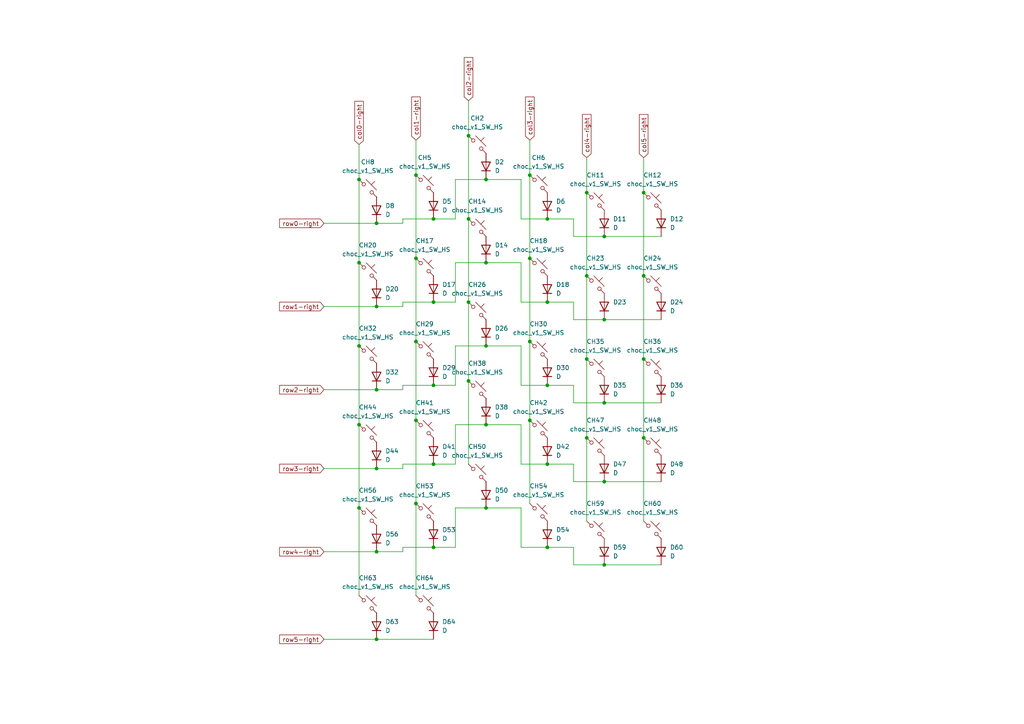
<source format=kicad_sch>
(kicad_sch (version 20231120) (generator "eeschema") (generator_version "8.0")
  (paper "A4")
  (lib_symbols
    (symbol "Device:D" (pin_numbers hide) (pin_names (offset 1.016) hide)
      (property "Reference" "D" (at 0 2.54 0))
      (property "Value" "D" (at 0 -2.54 0))
      (symbol "D_0_1"
        (polyline (pts (xy -1.27 1.27) (xy -1.27 -1.27)) (stroke (width 0.254)))
        (polyline (pts (xy 1.27 0) (xy -1.27 0)))
        (polyline (pts (xy 1.27 1.27) (xy 1.27 -1.27) (xy -1.27 0) (xy 1.27 1.27)) (stroke (width 0.254)))
      )
      (symbol "D_1_1"
        (pin passive line (at -3.81 0 0) (length 2.54) (name "K") (number "1"))
        (pin passive line (at 3.81 0 180) (length 2.54) (name "A") (number "2"))
      )
    )
    (symbol "PCM_marbastlib-choc:choc_v1_SW_HS_CPG135001S30" (pin_numbers hide) (pin_names (offset 1.016) hide)
      (property "Reference" "CH" (at 3.048 1.016 0))
      (property "Value" "choc_v1_SW_HS" (at 0 -3.81 0))
      (symbol "choc_v1_SW_HS_CPG135001S30_0_1"
        (circle (center -1.1684 1.1684) (radius 0.508))
        (polyline (pts (xy -0.508 2.54) (xy 2.54 -0.508)))
        (polyline (pts (xy 1.016 1.016) (xy 2.032 2.032)))
        (polyline (pts (xy -2.54 2.54) (xy -1.524 1.524) (xy -1.524 1.524)))
        (polyline (pts (xy 1.524 -1.524) (xy 2.54 -2.54) (xy 2.54 -2.54) (xy 2.54 -2.54)))
        (circle (center 1.143 -1.1938) (radius 0.508))
        (pin passive line (at -2.54 2.54 0) (length 0) (name "1") (number "1"))
        (pin passive line (at 2.54 -2.54 180) (length 0) (name "2") (number "2"))
      )
    )
  )
  (junction (at 140.97 100.33))
  (junction (at 158.75 111.76))
  (junction (at 120.65 99.06))
  (junction (at 170.18 104.14))
  (junction (at 109.22 113.03))
  (junction (at 109.22 160.02))
  (junction (at 153.67 121.92))
  (junction (at 125.73 63.5))
  (junction (at 186.69 127))
  (junction (at 109.22 88.9))
  (junction (at 135.89 63.5))
  (junction (at 170.18 55.88))
  (junction (at 186.69 104.14))
  (junction (at 135.89 39.37))
  (junction (at 104.14 100.33))
  (junction (at 120.65 50.8))
  (junction (at 120.65 121.92))
  (junction (at 125.73 87.63))
  (junction (at 140.97 52.07))
  (junction (at 158.75 158.75))
  (junction (at 158.75 63.5))
  (junction (at 120.65 74.93))
  (junction (at 140.97 147.32))
  (junction (at 153.67 50.8))
  (junction (at 120.65 146.05))
  (junction (at 104.14 147.32))
  (junction (at 175.26 116.84))
  (junction (at 186.69 80.01))
  (junction (at 109.22 135.89))
  (junction (at 175.26 163.83))
  (junction (at 104.14 123.19))
  (junction (at 158.75 134.62))
  (junction (at 104.14 52.07))
  (junction (at 104.14 76.2))
  (junction (at 158.75 87.63))
  (junction (at 140.97 76.2))
  (junction (at 125.73 111.76))
  (junction (at 125.73 134.62))
  (junction (at 153.67 74.93))
  (junction (at 109.22 185.42))
  (junction (at 170.18 127))
  (junction (at 135.89 110.49))
  (junction (at 140.97 123.19))
  (junction (at 109.22 64.77))
  (junction (at 153.67 99.06))
  (junction (at 186.69 55.88))
  (junction (at 135.89 87.63))
  (junction (at 175.26 139.7))
  (junction (at 125.73 158.75))
  (junction (at 170.18 80.01))
  (junction (at 175.26 92.71))
  (junction (at 175.26 68.58))
  (wire (pts (xy 151.13 123.19) (xy 151.13 134.62)))
  (wire (pts (xy 109.22 135.89) (xy 116.84 135.89)))
  (wire (pts (xy 175.26 92.71) (xy 191.77 92.71)))
  (wire (pts (xy 166.37 111.76) (xy 166.37 116.84)))
  (wire (pts (xy 132.08 76.2) (xy 140.97 76.2)))
  (wire (pts (xy 175.26 139.7) (xy 191.77 139.7)))
  (wire (pts (xy 166.37 139.7) (xy 175.26 139.7)))
  (wire (pts (xy 175.26 68.58) (xy 191.77 68.58)))
  (wire (pts (xy 116.84 135.89) (xy 116.84 134.62)))
  (wire (pts (xy 109.22 113.03) (xy 116.84 113.03)))
  (wire (pts (xy 132.08 111.76) (xy 132.08 100.33)))
  (wire (pts (xy 158.75 87.63) (xy 166.37 87.63)))
  (wire (pts (xy 116.84 87.63) (xy 125.73 87.63)))
  (wire (pts (xy 175.26 163.83) (xy 191.77 163.83)))
  (wire (pts (xy 166.37 92.71) (xy 175.26 92.71)))
  (wire (pts (xy 132.08 147.32) (xy 140.97 147.32)))
  (wire (pts (xy 166.37 87.63) (xy 166.37 92.71)))
  (wire (pts (xy 151.13 87.63) (xy 158.75 87.63)))
  (wire (pts (xy 120.65 40.64) (xy 120.65 50.8)))
  (wire (pts (xy 158.75 158.75) (xy 166.37 158.75)))
  (wire (pts (xy 132.08 100.33) (xy 140.97 100.33)))
  (wire (pts (xy 170.18 127) (xy 170.18 151.13)))
  (wire (pts (xy 166.37 63.5) (xy 166.37 68.58)))
  (wire (pts (xy 132.08 134.62) (xy 132.08 123.19)))
  (wire (pts (xy 151.13 100.33) (xy 151.13 111.76)))
  (wire (pts (xy 153.67 50.8) (xy 153.67 74.93)))
  (wire (pts (xy 125.73 63.5) (xy 132.08 63.5)))
  (wire (pts (xy 158.75 111.76) (xy 166.37 111.76)))
  (wire (pts (xy 132.08 52.07) (xy 140.97 52.07)))
  (wire (pts (xy 116.84 63.5) (xy 125.73 63.5)))
  (wire (pts (xy 186.69 45.72) (xy 186.69 55.88)))
  (wire (pts (xy 93.98 135.89) (xy 109.22 135.89)))
  (wire (pts (xy 125.73 87.63) (xy 132.08 87.63)))
  (wire (pts (xy 166.37 116.84) (xy 175.26 116.84)))
  (wire (pts (xy 104.14 76.2) (xy 104.14 100.33)))
  (wire (pts (xy 170.18 80.01) (xy 170.18 104.14)))
  (wire (pts (xy 153.67 99.06) (xy 153.67 121.92)))
  (wire (pts (xy 135.89 29.21) (xy 135.89 39.37)))
  (wire (pts (xy 120.65 146.05) (xy 120.65 172.72)))
  (wire (pts (xy 109.22 160.02) (xy 116.84 160.02)))
  (wire (pts (xy 166.37 163.83) (xy 175.26 163.83)))
  (wire (pts (xy 135.89 110.49) (xy 135.89 134.62)))
  (wire (pts (xy 158.75 63.5) (xy 166.37 63.5)))
  (wire (pts (xy 158.75 134.62) (xy 166.37 134.62)))
  (wire (pts (xy 116.84 88.9) (xy 116.84 87.63)))
  (wire (pts (xy 153.67 74.93) (xy 153.67 99.06)))
  (wire (pts (xy 135.89 63.5) (xy 135.89 87.63)))
  (wire (pts (xy 132.08 87.63) (xy 132.08 76.2)))
  (wire (pts (xy 175.26 116.84) (xy 191.77 116.84)))
  (wire (pts (xy 135.89 87.63) (xy 135.89 110.49)))
  (wire (pts (xy 166.37 158.75) (xy 166.37 163.83)))
  (wire (pts (xy 116.84 113.03) (xy 116.84 111.76)))
  (wire (pts (xy 186.69 104.14) (xy 186.69 127)))
  (wire (pts (xy 132.08 123.19) (xy 140.97 123.19)))
  (wire (pts (xy 93.98 88.9) (xy 109.22 88.9)))
  (wire (pts (xy 170.18 55.88) (xy 170.18 80.01)))
  (wire (pts (xy 125.73 134.62) (xy 132.08 134.62)))
  (wire (pts (xy 140.97 76.2) (xy 151.13 76.2)))
  (wire (pts (xy 140.97 123.19) (xy 151.13 123.19)))
  (wire (pts (xy 153.67 121.92) (xy 153.67 146.05)))
  (wire (pts (xy 109.22 185.42) (xy 125.73 185.42)))
  (wire (pts (xy 116.84 158.75) (xy 125.73 158.75)))
  (wire (pts (xy 132.08 158.75) (xy 132.08 147.32)))
  (wire (pts (xy 125.73 158.75) (xy 132.08 158.75)))
  (wire (pts (xy 93.98 113.03) (xy 109.22 113.03)))
  (wire (pts (xy 125.73 111.76) (xy 132.08 111.76)))
  (wire (pts (xy 109.22 64.77) (xy 116.84 64.77)))
  (wire (pts (xy 170.18 104.14) (xy 170.18 127)))
  (wire (pts (xy 151.13 76.2) (xy 151.13 87.63)))
  (wire (pts (xy 93.98 185.42) (xy 109.22 185.42)))
  (wire (pts (xy 140.97 147.32) (xy 151.13 147.32)))
  (wire (pts (xy 93.98 160.02) (xy 109.22 160.02)))
  (wire (pts (xy 151.13 52.07) (xy 151.13 63.5)))
  (wire (pts (xy 166.37 134.62) (xy 166.37 139.7)))
  (wire (pts (xy 153.67 40.64) (xy 153.67 50.8)))
  (wire (pts (xy 186.69 80.01) (xy 186.69 104.14)))
  (wire (pts (xy 166.37 68.58) (xy 175.26 68.58)))
  (wire (pts (xy 186.69 127) (xy 186.69 151.13)))
  (wire (pts (xy 104.14 100.33) (xy 104.14 123.19)))
  (wire (pts (xy 104.14 41.91) (xy 104.14 52.07)))
  (wire (pts (xy 186.69 55.88) (xy 186.69 80.01)))
  (wire (pts (xy 120.65 74.93) (xy 120.65 99.06)))
  (wire (pts (xy 135.89 39.37) (xy 135.89 63.5)))
  (wire (pts (xy 104.14 147.32) (xy 104.14 172.72)))
  (wire (pts (xy 120.65 99.06) (xy 120.65 121.92)))
  (wire (pts (xy 132.08 63.5) (xy 132.08 52.07)))
  (wire (pts (xy 151.13 63.5) (xy 158.75 63.5)))
  (wire (pts (xy 140.97 100.33) (xy 151.13 100.33)))
  (wire (pts (xy 140.97 52.07) (xy 151.13 52.07)))
  (wire (pts (xy 120.65 50.8) (xy 120.65 74.93)))
  (wire (pts (xy 151.13 158.75) (xy 158.75 158.75)))
  (wire (pts (xy 109.22 88.9) (xy 116.84 88.9)))
  (wire (pts (xy 170.18 45.72) (xy 170.18 55.88)))
  (wire (pts (xy 116.84 111.76) (xy 125.73 111.76)))
  (wire (pts (xy 104.14 52.07) (xy 104.14 76.2)))
  (wire (pts (xy 116.84 134.62) (xy 125.73 134.62)))
  (wire (pts (xy 93.98 64.77) (xy 109.22 64.77)))
  (wire (pts (xy 151.13 147.32) (xy 151.13 158.75)))
  (wire (pts (xy 116.84 64.77) (xy 116.84 63.5)))
  (wire (pts (xy 151.13 111.76) (xy 158.75 111.76)))
  (wire (pts (xy 120.65 121.92) (xy 120.65 146.05)))
  (wire (pts (xy 104.14 123.19) (xy 104.14 147.32)))
  (wire (pts (xy 151.13 134.62) (xy 158.75 134.62)))
  (wire (pts (xy 116.84 160.02) (xy 116.84 158.75)))
  (global_label "row3-right" (shape input) (at 93.98 135.89 180) (property "Intersheetrefs" "${INTERSHEET_REFS}" (effects (hide yes))))
  (global_label "col0-right" (shape input) (at 104.14 41.91 90) (property "Intersheetrefs" "${INTERSHEET_REFS}" (effects (hide yes))))
  (global_label "row4-right" (shape input) (at 93.98 160.02 180) (property "Intersheetrefs" "${INTERSHEET_REFS}" (effects (hide yes))))
  (global_label "col2-right" (shape input) (at 135.89 29.21 90) (property "Intersheetrefs" "${INTERSHEET_REFS}" (effects (hide yes))))
  (global_label "col3-right" (shape input) (at 153.67 40.64 90) (property "Intersheetrefs" "${INTERSHEET_REFS}" (effects (hide yes))))
  (global_label "row2-right" (shape input) (at 93.98 113.03 180) (property "Intersheetrefs" "${INTERSHEET_REFS}" (effects (hide yes))))
  (global_label "col4-right" (shape input) (at 170.18 45.72 90) (property "Intersheetrefs" "${INTERSHEET_REFS}" (effects (hide yes))))
  (global_label "col1-right" (shape input) (at 120.65 40.64 90) (property "Intersheetrefs" "${INTERSHEET_REFS}" (effects (hide yes))))
  (global_label "row0-right" (shape input) (at 93.98 64.77 180) (property "Intersheetrefs" "${INTERSHEET_REFS}" (effects (hide yes))))
  (global_label "row5-right" (shape input) (at 93.98 185.42 180) (property "Intersheetrefs" "${INTERSHEET_REFS}" (effects (hide yes))))
  (global_label "col5-right" (shape input) (at 186.69 45.72 90) (property "Intersheetrefs" "${INTERSHEET_REFS}" (effects (hide yes))))
  (global_label "row1-right" (shape input) (at 93.98 88.9 180) (property "Intersheetrefs" "${INTERSHEET_REFS}" (effects (hide yes))))
  (symbol (lib_id "Device:D") (at 109.22 132.08 90) (unit 1)
    (property "Reference" "D44" (at 111.76 130.8099 90) (effects (justify right)))
    (property "Value" "D" (at 111.76 133.3499 90) (effects (justify right)))
    (property "Footprint" "Diode_SMD:D_SOD-123" (effects (hide yes)))
    (property "Description" "Diode" (effects (hide yes)))
    (property "Sim.Device" "D" (effects (hide yes)))
    (property "Sim.Pins" "1=K 2=A" (effects (hide yes)))
  )
  (symbol (lib_id "Device:D") (at 140.97 143.51 90) (unit 1)
    (property "Reference" "D50" (at 143.51 142.2399 90) (effects (justify right)))
    (property "Value" "D" (at 143.51 144.7799 90) (effects (justify right)))
    (property "Footprint" "Diode_SMD:D_SOD-123" (effects (hide yes)))
    (property "Description" "Diode" (effects (hide yes)))
    (property "Sim.Device" "D" (effects (hide yes)))
    (property "Sim.Pins" "1=K 2=A" (effects (hide yes)))
  )
  (symbol (lib_id "Device:D") (at 125.73 83.82 90) (unit 1)
    (property "Reference" "D17" (at 128.27 82.5499 90) (effects (justify right)))
    (property "Value" "D" (at 128.27 85.0899 90) (effects (justify right)))
    (property "Footprint" "Diode_SMD:D_SOD-123" (effects (hide yes)))
    (property "Description" "Diode" (effects (hide yes)))
    (property "Sim.Device" "D" (effects (hide yes)))
    (property "Sim.Pins" "1=K 2=A" (effects (hide yes)))
  )
  (symbol (lib_id "Device:D") (at 191.77 135.89 90) (unit 1)
    (property "Reference" "D48" (at 194.31 134.6199 90) (effects (justify right)))
    (property "Value" "D" (at 194.31 137.1599 90) (effects (justify right)))
    (property "Footprint" "Diode_SMD:D_SOD-123" (effects (hide yes)))
    (property "Description" "Diode" (effects (hide yes)))
    (property "Sim.Device" "D" (effects (hide yes)))
    (property "Sim.Pins" "1=K 2=A" (effects (hide yes)))
  )
  (symbol (lib_id "PCM_marbastlib-choc:choc_v1_SW_HS_CPG135001S30") (at 138.43 41.91 0) (unit 1)
    (property "Reference" "CH2" (at 138.43 34.29 0))
    (property "Value" "choc_v1_SW_HS" (at 138.43 36.83 0))
    (property "Footprint" "PCM_marbastlib-choc:SW_choc_v1_HS_CPG135001S30_1u" (effects (hide yes)))
    (property "Description" "Push button switch, normally open, two pins, 45° tilted" (effects (hide yes)))
  )
  (symbol (lib_id "PCM_marbastlib-choc:choc_v1_SW_HS_CPG135001S30") (at 106.68 175.26 0) (unit 1)
    (property "Reference" "CH63" (at 106.68 167.64 0))
    (property "Value" "choc_v1_SW_HS" (at 106.68 170.18 0))
    (property "Footprint" "PCM_marbastlib-choc:SW_choc_v1_HS_CPG135001S30_1u" (effects (hide yes)))
    (property "Description" "Push button switch, normally open, two pins, 45° tilted" (effects (hide yes)))
  )
  (symbol (lib_id "PCM_marbastlib-choc:choc_v1_SW_HS_CPG135001S30") (at 138.43 137.16 0) (unit 1)
    (property "Reference" "CH50" (at 138.43 129.54 0))
    (property "Value" "choc_v1_SW_HS" (at 138.43 132.08 0))
    (property "Footprint" "PCM_marbastlib-choc:SW_choc_v1_HS_CPG135001S30_1u" (effects (hide yes)))
    (property "Description" "Push button switch, normally open, two pins, 45° tilted" (effects (hide yes)))
  )
  (symbol (lib_id "Device:D") (at 140.97 72.39 90) (unit 1)
    (property "Reference" "D14" (at 143.51 71.1199 90) (effects (justify right)))
    (property "Value" "D" (at 143.51 73.6599 90) (effects (justify right)))
    (property "Footprint" "Diode_SMD:D_SOD-123" (effects (hide yes)))
    (property "Description" "Diode" (effects (hide yes)))
    (property "Sim.Device" "D" (effects (hide yes)))
    (property "Sim.Pins" "1=K 2=A" (effects (hide yes)))
  )
  (symbol (lib_id "PCM_marbastlib-choc:choc_v1_SW_HS_CPG135001S30") (at 172.72 82.55 0) (unit 1)
    (property "Reference" "CH23" (at 172.72 74.93 0))
    (property "Value" "choc_v1_SW_HS" (at 172.72 77.47 0))
    (property "Footprint" "PCM_marbastlib-choc:SW_choc_v1_HS_CPG135001S30_1u" (effects (hide yes)))
    (property "Description" "Push button switch, normally open, two pins, 45° tilted" (effects (hide yes)))
  )
  (symbol (lib_id "Device:D") (at 140.97 119.38 90) (unit 1)
    (property "Reference" "D38" (at 143.51 118.1099 90) (effects (justify right)))
    (property "Value" "D" (at 143.51 120.6499 90) (effects (justify right)))
    (property "Footprint" "Diode_SMD:D_SOD-123" (effects (hide yes)))
    (property "Description" "Diode" (effects (hide yes)))
    (property "Sim.Device" "D" (effects (hide yes)))
    (property "Sim.Pins" "1=K 2=A" (effects (hide yes)))
  )
  (symbol (lib_id "PCM_marbastlib-choc:choc_v1_SW_HS_CPG135001S30") (at 189.23 82.55 0) (unit 1)
    (property "Reference" "CH24" (at 189.23 74.93 0))
    (property "Value" "choc_v1_SW_HS" (at 189.23 77.47 0))
    (property "Footprint" "PCM_marbastlib-choc:SW_choc_v1_HS_CPG135001S30_1u" (effects (hide yes)))
    (property "Description" "Push button switch, normally open, two pins, 45° tilted" (effects (hide yes)))
  )
  (symbol (lib_id "Device:D") (at 109.22 156.21 90) (unit 1)
    (property "Reference" "D56" (at 111.76 154.9399 90) (effects (justify right)))
    (property "Value" "D" (at 111.76 157.4799 90) (effects (justify right)))
    (property "Footprint" "Diode_SMD:D_SOD-123" (effects (hide yes)))
    (property "Description" "Diode" (effects (hide yes)))
    (property "Sim.Device" "D" (effects (hide yes)))
    (property "Sim.Pins" "1=K 2=A" (effects (hide yes)))
  )
  (symbol (lib_id "PCM_marbastlib-choc:choc_v1_SW_HS_CPG135001S30") (at 189.23 106.68 0) (unit 1)
    (property "Reference" "CH36" (at 189.23 99.06 0))
    (property "Value" "choc_v1_SW_HS" (at 189.23 101.6 0))
    (property "Footprint" "PCM_marbastlib-choc:SW_choc_v1_HS_CPG135001S30_1u" (effects (hide yes)))
    (property "Description" "Push button switch, normally open, two pins, 45° tilted" (effects (hide yes)))
  )
  (symbol (lib_id "PCM_marbastlib-choc:choc_v1_SW_HS_CPG135001S30") (at 106.68 54.61 0) (unit 1)
    (property "Reference" "CH8" (at 106.68 46.99 0))
    (property "Value" "choc_v1_SW_HS" (at 106.68 49.53 0))
    (property "Footprint" "PCM_marbastlib-choc:SW_choc_v1_HS_CPG135001S30_1u" (effects (hide yes)))
    (property "Description" "Push button switch, normally open, two pins, 45° tilted" (effects (hide yes)))
  )
  (symbol (lib_id "Device:D") (at 175.26 160.02 90) (unit 1)
    (property "Reference" "D59" (at 177.8 158.7499 90) (effects (justify right)))
    (property "Value" "D" (at 177.8 161.2899 90) (effects (justify right)))
    (property "Footprint" "Diode_SMD:D_SOD-123" (effects (hide yes)))
    (property "Description" "Diode" (effects (hide yes)))
    (property "Sim.Device" "D" (effects (hide yes)))
    (property "Sim.Pins" "1=K 2=A" (effects (hide yes)))
  )
  (symbol (lib_id "Device:D") (at 125.73 107.95 90) (unit 1)
    (property "Reference" "D29" (at 128.27 106.6799 90) (effects (justify right)))
    (property "Value" "D" (at 128.27 109.2199 90) (effects (justify right)))
    (property "Footprint" "Diode_SMD:D_SOD-123" (effects (hide yes)))
    (property "Description" "Diode" (effects (hide yes)))
    (property "Sim.Device" "D" (effects (hide yes)))
    (property "Sim.Pins" "1=K 2=A" (effects (hide yes)))
  )
  (symbol (lib_id "Device:D") (at 125.73 59.69 90) (unit 1)
    (property "Reference" "D5" (at 128.27 58.4199 90) (effects (justify right)))
    (property "Value" "D" (at 128.27 60.9599 90) (effects (justify right)))
    (property "Footprint" "Diode_SMD:D_SOD-123" (effects (hide yes)))
    (property "Description" "Diode" (effects (hide yes)))
    (property "Sim.Device" "D" (effects (hide yes)))
    (property "Sim.Pins" "1=K 2=A" (effects (hide yes)))
  )
  (symbol (lib_id "Device:D") (at 158.75 154.94 90) (unit 1)
    (property "Reference" "D54" (at 161.29 153.6699 90) (effects (justify right)))
    (property "Value" "D" (at 161.29 156.2099 90) (effects (justify right)))
    (property "Footprint" "Diode_SMD:D_SOD-123" (effects (hide yes)))
    (property "Description" "Diode" (effects (hide yes)))
    (property "Sim.Device" "D" (effects (hide yes)))
    (property "Sim.Pins" "1=K 2=A" (effects (hide yes)))
  )
  (symbol (lib_id "PCM_marbastlib-choc:choc_v1_SW_HS_CPG135001S30") (at 106.68 102.87 0) (unit 1)
    (property "Reference" "CH32" (at 106.68 95.25 0))
    (property "Value" "choc_v1_SW_HS" (at 106.68 97.79 0))
    (property "Footprint" "PCM_marbastlib-choc:SW_choc_v1_HS_CPG135001S30_1u" (effects (hide yes)))
    (property "Description" "Push button switch, normally open, two pins, 45° tilted" (effects (hide yes)))
  )
  (symbol (lib_id "PCM_marbastlib-choc:choc_v1_SW_HS_CPG135001S30") (at 106.68 125.73 0) (unit 1)
    (property "Reference" "CH44" (at 106.68 118.11 0))
    (property "Value" "choc_v1_SW_HS" (at 106.68 120.65 0))
    (property "Footprint" "PCM_marbastlib-choc:SW_choc_v1_HS_CPG135001S30_1u" (effects (hide yes)))
    (property "Description" "Push button switch, normally open, two pins, 45° tilted" (effects (hide yes)))
  )
  (symbol (lib_id "PCM_marbastlib-choc:choc_v1_SW_HS_CPG135001S30") (at 106.68 149.86 0) (unit 1)
    (property "Reference" "CH56" (at 106.68 142.24 0))
    (property "Value" "choc_v1_SW_HS" (at 106.68 144.78 0))
    (property "Footprint" "PCM_marbastlib-choc:SW_choc_v1_HS_CPG135001S30_1u" (effects (hide yes)))
    (property "Description" "Push button switch, normally open, two pins, 45° tilted" (effects (hide yes)))
  )
  (symbol (lib_id "PCM_marbastlib-choc:choc_v1_SW_HS_CPG135001S30") (at 138.43 66.04 0) (unit 1)
    (property "Reference" "CH14" (at 138.43 58.42 0))
    (property "Value" "choc_v1_SW_HS" (at 138.43 60.96 0))
    (property "Footprint" "PCM_marbastlib-choc:SW_choc_v1_HS_CPG135001S30_1u" (effects (hide yes)))
    (property "Description" "Push button switch, normally open, two pins, 45° tilted" (effects (hide yes)))
  )
  (symbol (lib_id "Device:D") (at 158.75 107.95 90) (unit 1)
    (property "Reference" "D30" (at 161.29 106.6799 90) (effects (justify right)))
    (property "Value" "D" (at 161.29 109.2199 90) (effects (justify right)))
    (property "Footprint" "Diode_SMD:D_SOD-123" (effects (hide yes)))
    (property "Description" "Diode" (effects (hide yes)))
    (property "Sim.Device" "D" (effects (hide yes)))
    (property "Sim.Pins" "1=K 2=A" (effects (hide yes)))
  )
  (symbol (lib_id "PCM_marbastlib-choc:choc_v1_SW_HS_CPG135001S30") (at 123.19 175.26 0) (unit 1)
    (property "Reference" "CH64" (at 123.19 167.64 0))
    (property "Value" "choc_v1_SW_HS" (at 123.19 170.18 0))
    (property "Footprint" "PCM_marbastlib-choc:SW_choc_v1_HS_CPG135001S30_1u" (effects (hide yes)))
    (property "Description" "Push button switch, normally open, two pins, 45° tilted" (effects (hide yes)))
  )
  (symbol (lib_id "Device:D") (at 158.75 130.81 90) (unit 1)
    (property "Reference" "D42" (at 161.29 129.5399 90) (effects (justify right)))
    (property "Value" "D" (at 161.29 132.0799 90) (effects (justify right)))
    (property "Footprint" "Diode_SMD:D_SOD-123" (effects (hide yes)))
    (property "Description" "Diode" (effects (hide yes)))
    (property "Sim.Device" "D" (effects (hide yes)))
    (property "Sim.Pins" "1=K 2=A" (effects (hide yes)))
  )
  (symbol (lib_id "PCM_marbastlib-choc:choc_v1_SW_HS_CPG135001S30") (at 123.19 53.34 0) (unit 1)
    (property "Reference" "CH5" (at 123.19 45.72 0))
    (property "Value" "choc_v1_SW_HS" (at 123.19 48.26 0))
    (property "Footprint" "PCM_marbastlib-choc:SW_choc_v1_HS_CPG135001S30_1u" (effects (hide yes)))
    (property "Description" "Push button switch, normally open, two pins, 45° tilted" (effects (hide yes)))
  )
  (symbol (lib_id "Device:D") (at 158.75 59.69 90) (unit 1)
    (property "Reference" "D6" (at 161.29 58.4199 90) (effects (justify right)))
    (property "Value" "D" (at 161.29 60.9599 90) (effects (justify right)))
    (property "Footprint" "Diode_SMD:D_SOD-123" (effects (hide yes)))
    (property "Description" "Diode" (effects (hide yes)))
    (property "Sim.Device" "D" (effects (hide yes)))
    (property "Sim.Pins" "1=K 2=A" (effects (hide yes)))
  )
  (symbol (lib_id "PCM_marbastlib-choc:choc_v1_SW_HS_CPG135001S30") (at 189.23 129.54 0) (unit 1)
    (property "Reference" "CH48" (at 189.23 121.92 0))
    (property "Value" "choc_v1_SW_HS" (at 189.23 124.46 0))
    (property "Footprint" "PCM_marbastlib-choc:SW_choc_v1_HS_CPG135001S30_1u" (effects (hide yes)))
    (property "Description" "Push button switch, normally open, two pins, 45° tilted" (effects (hide yes)))
  )
  (symbol (lib_id "PCM_marbastlib-choc:choc_v1_SW_HS_CPG135001S30") (at 123.19 77.47 0) (unit 1)
    (property "Reference" "CH17" (at 123.19 69.85 0))
    (property "Value" "choc_v1_SW_HS" (at 123.19 72.39 0))
    (property "Footprint" "PCM_marbastlib-choc:SW_choc_v1_HS_CPG135001S30_1u" (effects (hide yes)))
    (property "Description" "Push button switch, normally open, two pins, 45° tilted" (effects (hide yes)))
  )
  (symbol (lib_id "Device:D") (at 109.22 60.96 90) (unit 1)
    (property "Reference" "D8" (at 111.76 59.6899 90) (effects (justify right)))
    (property "Value" "D" (at 111.76 62.2299 90) (effects (justify right)))
    (property "Footprint" "Diode_SMD:D_SOD-123" (effects (hide yes)))
    (property "Description" "Diode" (effects (hide yes)))
    (property "Sim.Device" "D" (effects (hide yes)))
    (property "Sim.Pins" "1=K 2=A" (effects (hide yes)))
  )
  (symbol (lib_id "Device:D") (at 191.77 88.9 90) (unit 1)
    (property "Reference" "D24" (at 194.31 87.6299 90) (effects (justify right)))
    (property "Value" "D" (at 194.31 90.1699 90) (effects (justify right)))
    (property "Footprint" "Diode_SMD:D_SOD-123" (effects (hide yes)))
    (property "Description" "Diode" (effects (hide yes)))
    (property "Sim.Device" "D" (effects (hide yes)))
    (property "Sim.Pins" "1=K 2=A" (effects (hide yes)))
  )
  (symbol (lib_id "PCM_marbastlib-choc:choc_v1_SW_HS_CPG135001S30") (at 156.21 101.6 0) (unit 1)
    (property "Reference" "CH30" (at 156.21 93.98 0))
    (property "Value" "choc_v1_SW_HS" (at 156.21 96.52 0))
    (property "Footprint" "PCM_marbastlib-choc:SW_choc_v1_HS_CPG135001S30_1u" (effects (hide yes)))
    (property "Description" "Push button switch, normally open, two pins, 45° tilted" (effects (hide yes)))
  )
  (symbol (lib_id "PCM_marbastlib-choc:choc_v1_SW_HS_CPG135001S30") (at 123.19 124.46 0) (unit 1)
    (property "Reference" "CH41" (at 123.19 116.84 0))
    (property "Value" "choc_v1_SW_HS" (at 123.19 119.38 0))
    (property "Footprint" "PCM_marbastlib-choc:SW_choc_v1_HS_CPG135001S30_1u" (effects (hide yes)))
    (property "Description" "Push button switch, normally open, two pins, 45° tilted" (effects (hide yes)))
  )
  (symbol (lib_id "PCM_marbastlib-choc:choc_v1_SW_HS_CPG135001S30") (at 172.72 153.67 0) (unit 1)
    (property "Reference" "CH59" (at 172.72 146.05 0))
    (property "Value" "choc_v1_SW_HS" (at 172.72 148.59 0))
    (property "Footprint" "PCM_marbastlib-choc:SW_choc_v1_HS_CPG135001S30_1u" (effects (hide yes)))
    (property "Description" "Push button switch, normally open, two pins, 45° tilted" (effects (hide yes)))
  )
  (symbol (lib_id "PCM_marbastlib-choc:choc_v1_SW_HS_CPG135001S30") (at 156.21 124.46 0) (unit 1)
    (property "Reference" "CH42" (at 156.21 116.84 0))
    (property "Value" "choc_v1_SW_HS" (at 156.21 119.38 0))
    (property "Footprint" "PCM_marbastlib-choc:SW_choc_v1_HS_CPG135001S30_1u" (effects (hide yes)))
    (property "Description" "Push button switch, normally open, two pins, 45° tilted" (effects (hide yes)))
  )
  (symbol (lib_id "Device:D") (at 125.73 154.94 90) (unit 1)
    (property "Reference" "D53" (at 128.27 153.6699 90) (effects (justify right)))
    (property "Value" "D" (at 128.27 156.2099 90) (effects (justify right)))
    (property "Footprint" "Diode_SMD:D_SOD-123" (effects (hide yes)))
    (property "Description" "Diode" (effects (hide yes)))
    (property "Sim.Device" "D" (effects (hide yes)))
    (property "Sim.Pins" "1=K 2=A" (effects (hide yes)))
  )
  (symbol (lib_id "PCM_marbastlib-choc:choc_v1_SW_HS_CPG135001S30") (at 123.19 148.59 0) (unit 1)
    (property "Reference" "CH53" (at 123.19 140.97 0))
    (property "Value" "choc_v1_SW_HS" (at 123.19 143.51 0))
    (property "Footprint" "PCM_marbastlib-choc:SW_choc_v1_HS_CPG135001S30_1u" (effects (hide yes)))
    (property "Description" "Push button switch, normally open, two pins, 45° tilted" (effects (hide yes)))
  )
  (symbol (lib_id "PCM_marbastlib-choc:choc_v1_SW_HS_CPG135001S30") (at 123.19 101.6 0) (unit 1)
    (property "Reference" "CH29" (at 123.19 93.98 0))
    (property "Value" "choc_v1_SW_HS" (at 123.19 96.52 0))
    (property "Footprint" "PCM_marbastlib-choc:SW_choc_v1_HS_CPG135001S30_1u" (effects (hide yes)))
    (property "Description" "Push button switch, normally open, two pins, 45° tilted" (effects (hide yes)))
  )
  (symbol (lib_id "Device:D") (at 109.22 85.09 90) (unit 1)
    (property "Reference" "D20" (at 111.76 83.8199 90) (effects (justify right)))
    (property "Value" "D" (at 111.76 86.3599 90) (effects (justify right)))
    (property "Footprint" "Diode_SMD:D_SOD-123" (effects (hide yes)))
    (property "Description" "Diode" (effects (hide yes)))
    (property "Sim.Device" "D" (effects (hide yes)))
    (property "Sim.Pins" "1=K 2=A" (effects (hide yes)))
  )
  (symbol (lib_id "Device:D") (at 191.77 113.03 90) (unit 1)
    (property "Reference" "D36" (at 194.31 111.7599 90) (effects (justify right)))
    (property "Value" "D" (at 194.31 114.2999 90) (effects (justify right)))
    (property "Footprint" "Diode_SMD:D_SOD-123" (effects (hide yes)))
    (property "Description" "Diode" (effects (hide yes)))
    (property "Sim.Device" "D" (effects (hide yes)))
    (property "Sim.Pins" "1=K 2=A" (effects (hide yes)))
  )
  (symbol (lib_id "PCM_marbastlib-choc:choc_v1_SW_HS_CPG135001S30") (at 189.23 58.42 0) (unit 1)
    (property "Reference" "CH12" (at 189.23 50.8 0))
    (property "Value" "choc_v1_SW_HS" (at 189.23 53.34 0))
    (property "Footprint" "PCM_marbastlib-choc:SW_choc_v1_HS_CPG135001S30_1u" (effects (hide yes)))
    (property "Description" "Push button switch, normally open, two pins, 45° tilted" (effects (hide yes)))
  )
  (symbol (lib_id "Device:D") (at 191.77 160.02 90) (unit 1)
    (property "Reference" "D60" (at 194.31 158.7499 90) (effects (justify right)))
    (property "Value" "D" (at 194.31 161.2899 90) (effects (justify right)))
    (property "Footprint" "Diode_SMD:D_SOD-123" (effects (hide yes)))
    (property "Description" "Diode" (effects (hide yes)))
    (property "Sim.Device" "D" (effects (hide yes)))
    (property "Sim.Pins" "1=K 2=A" (effects (hide yes)))
  )
  (symbol (lib_id "PCM_marbastlib-choc:choc_v1_SW_HS_CPG135001S30") (at 189.23 153.67 0) (unit 1)
    (property "Reference" "CH60" (at 189.23 146.05 0))
    (property "Value" "choc_v1_SW_HS" (at 189.23 148.59 0))
    (property "Footprint" "PCM_marbastlib-choc:SW_choc_v1_HS_CPG135001S30_1u" (effects (hide yes)))
    (property "Description" "Push button switch, normally open, two pins, 45° tilted" (effects (hide yes)))
  )
  (symbol (lib_id "Device:D") (at 191.77 64.77 90) (unit 1)
    (property "Reference" "D12" (at 194.31 63.4999 90) (effects (justify right)))
    (property "Value" "D" (at 194.31 66.0399 90) (effects (justify right)))
    (property "Footprint" "Diode_SMD:D_SOD-123" (effects (hide yes)))
    (property "Description" "Diode" (effects (hide yes)))
    (property "Sim.Device" "D" (effects (hide yes)))
    (property "Sim.Pins" "1=K 2=A" (effects (hide yes)))
  )
  (symbol (lib_id "Device:D") (at 175.26 88.9 90) (unit 1)
    (property "Reference" "D23" (at 177.8 87.6299 90) (effects (justify right)))
    (property "Value" "D" (effects (hide yes)))
    (property "Footprint" "Diode_SMD:D_SOD-123" (effects (hide yes)))
    (property "Description" "Diode" (effects (hide yes)))
    (property "Sim.Device" "D" (effects (hide yes)))
    (property "Sim.Pins" "1=K 2=A" (effects (hide yes)))
  )
  (symbol (lib_id "Device:D") (at 175.26 135.89 90) (unit 1)
    (property "Reference" "D47" (at 177.8 134.6199 90) (effects (justify right)))
    (property "Value" "D" (at 177.8 137.1599 90) (effects (justify right)))
    (property "Footprint" "Diode_SMD:D_SOD-123" (effects (hide yes)))
    (property "Description" "Diode" (effects (hide yes)))
    (property "Sim.Device" "D" (effects (hide yes)))
    (property "Sim.Pins" "1=K 2=A" (effects (hide yes)))
  )
  (symbol (lib_id "Device:D") (at 158.75 83.82 90) (unit 1)
    (property "Reference" "D18" (at 161.29 82.5499 90) (effects (justify right)))
    (property "Value" "D" (at 161.29 85.0899 90) (effects (justify right)))
    (property "Footprint" "Diode_SMD:D_SOD-123" (effects (hide yes)))
    (property "Description" "Diode" (effects (hide yes)))
    (property "Sim.Device" "D" (effects (hide yes)))
    (property "Sim.Pins" "1=K 2=A" (effects (hide yes)))
  )
  (symbol (lib_id "PCM_marbastlib-choc:choc_v1_SW_HS_CPG135001S30") (at 172.72 106.68 0) (unit 1)
    (property "Reference" "CH35" (at 172.72 99.06 0))
    (property "Value" "choc_v1_SW_HS" (at 172.72 101.6 0))
    (property "Footprint" "PCM_marbastlib-choc:SW_choc_v1_HS_CPG135001S30_1u" (effects (hide yes)))
    (property "Description" "Push button switch, normally open, two pins, 45° tilted" (effects (hide yes)))
  )
  (symbol (lib_id "PCM_marbastlib-choc:choc_v1_SW_HS_CPG135001S30") (at 138.43 113.03 0) (unit 1)
    (property "Reference" "CH38" (at 138.43 105.41 0))
    (property "Value" "choc_v1_SW_HS" (at 138.43 107.95 0))
    (property "Footprint" "PCM_marbastlib-choc:SW_choc_v1_HS_CPG135001S30_1u" (effects (hide yes)))
    (property "Description" "Push button switch, normally open, two pins, 45° tilted" (effects (hide yes)))
  )
  (symbol (lib_id "Device:D") (at 109.22 181.61 90) (unit 1)
    (property "Reference" "D63" (at 111.76 180.3399 90) (effects (justify right)))
    (property "Value" "D" (at 111.76 182.8799 90) (effects (justify right)))
    (property "Footprint" "Diode_SMD:D_SOD-123" (effects (hide yes)))
    (property "Description" "Diode" (effects (hide yes)))
    (property "Sim.Device" "D" (effects (hide yes)))
    (property "Sim.Pins" "1=K 2=A" (effects (hide yes)))
  )
  (symbol (lib_id "Device:D") (at 125.73 181.61 90) (unit 1)
    (property "Reference" "D64" (at 128.27 180.3399 90) (effects (justify right)))
    (property "Value" "D" (at 128.27 182.8799 90) (effects (justify right)))
    (property "Footprint" "Diode_SMD:D_SOD-123" (effects (hide yes)))
    (property "Description" "Diode" (effects (hide yes)))
    (property "Sim.Device" "D" (effects (hide yes)))
    (property "Sim.Pins" "1=K 2=A" (effects (hide yes)))
  )
  (symbol (lib_id "Device:D") (at 125.73 130.81 90) (unit 1)
    (property "Reference" "D41" (at 128.27 129.5399 90) (effects (justify right)))
    (property "Value" "D" (at 128.27 132.0799 90) (effects (justify right)))
    (property "Footprint" "Diode_SMD:D_SOD-123" (effects (hide yes)))
    (property "Description" "Diode" (effects (hide yes)))
    (property "Sim.Device" "D" (effects (hide yes)))
    (property "Sim.Pins" "1=K 2=A" (effects (hide yes)))
  )
  (symbol (lib_id "Device:D") (at 175.26 64.77 90) (unit 1)
    (property "Reference" "D11" (at 177.8 63.4999 90) (effects (justify right)))
    (property "Value" "D" (at 177.8 66.0399 90) (effects (justify right)))
    (property "Footprint" "Diode_SMD:D_SOD-123" (effects (hide yes)))
    (property "Description" "Diode" (effects (hide yes)))
    (property "Sim.Device" "D" (effects (hide yes)))
    (property "Sim.Pins" "1=K 2=A" (effects (hide yes)))
  )
  (symbol (lib_id "Device:D") (at 140.97 96.52 90) (unit 1)
    (property "Reference" "D26" (at 143.51 95.2499 90) (effects (justify right)))
    (property "Value" "D" (at 143.51 97.7899 90) (effects (justify right)))
    (property "Footprint" "Diode_SMD:D_SOD-123" (effects (hide yes)))
    (property "Description" "Diode" (effects (hide yes)))
    (property "Sim.Device" "D" (effects (hide yes)))
    (property "Sim.Pins" "1=K 2=A" (effects (hide yes)))
  )
  (symbol (lib_id "Device:D") (at 175.26 113.03 90) (unit 1)
    (property "Reference" "D35" (at 177.8 111.7599 90) (effects (justify right)))
    (property "Value" "D" (at 177.8 114.2999 90) (effects (justify right)))
    (property "Footprint" "Diode_SMD:D_SOD-123" (effects (hide yes)))
    (property "Description" "Diode" (effects (hide yes)))
    (property "Sim.Device" "D" (effects (hide yes)))
    (property "Sim.Pins" "1=K 2=A" (effects (hide yes)))
  )
  (symbol (lib_id "Device:D") (at 140.97 48.26 90) (unit 1)
    (property "Reference" "D2" (at 143.51 46.9899 90) (effects (justify right)))
    (property "Value" "D" (at 143.51 49.5299 90) (effects (justify right)))
    (property "Footprint" "Diode_SMD:D_SOD-123" (effects (hide yes)))
    (property "Description" "Diode" (effects (hide yes)))
    (property "Sim.Device" "D" (effects (hide yes)))
    (property "Sim.Pins" "1=K 2=A" (effects (hide yes)))
  )
  (symbol (lib_id "PCM_marbastlib-choc:choc_v1_SW_HS_CPG135001S30") (at 172.72 58.42 0) (unit 1)
    (property "Reference" "CH11" (at 172.72 50.8 0))
    (property "Value" "choc_v1_SW_HS" (at 172.72 53.34 0))
    (property "Footprint" "PCM_marbastlib-choc:SW_choc_v1_HS_CPG135001S30_1u" (effects (hide yes)))
    (property "Description" "Push button switch, normally open, two pins, 45° tilted" (effects (hide yes)))
  )
  (symbol (lib_id "Device:D") (at 109.22 109.22 90) (unit 1)
    (property "Reference" "D32" (at 111.76 107.9499 90) (effects (justify right)))
    (property "Value" "D" (at 111.76 110.4899 90) (effects (justify right)))
    (property "Footprint" "Diode_SMD:D_SOD-123" (effects (hide yes)))
    (property "Description" "Diode" (effects (hide yes)))
    (property "Sim.Device" "D" (effects (hide yes)))
    (property "Sim.Pins" "1=K 2=A" (effects (hide yes)))
  )
  (symbol (lib_id "PCM_marbastlib-choc:choc_v1_SW_HS_CPG135001S30") (at 156.21 77.47 0) (unit 1)
    (property "Reference" "CH18" (at 156.21 69.85 0))
    (property "Value" "choc_v1_SW_HS" (at 156.21 72.39 0))
    (property "Footprint" "PCM_marbastlib-choc:SW_choc_v1_HS_CPG135001S30_1u" (effects (hide yes)))
    (property "Description" "Push button switch, normally open, two pins, 45° tilted" (effects (hide yes)))
  )
  (symbol (lib_id "PCM_marbastlib-choc:choc_v1_SW_HS_CPG135001S30") (at 156.21 53.34 0) (unit 1)
    (property "Reference" "CH6" (at 156.21 45.72 0))
    (property "Value" "choc_v1_SW_HS" (at 156.21 48.26 0))
    (property "Footprint" "PCM_marbastlib-choc:SW_choc_v1_HS_CPG135001S30_1u" (effects (hide yes)))
    (property "Description" "Push button switch, normally open, two pins, 45° tilted" (effects (hide yes)))
  )
  (symbol (lib_id "PCM_marbastlib-choc:choc_v1_SW_HS_CPG135001S30") (at 138.43 90.17 0) (unit 1)
    (property "Reference" "CH26" (at 138.43 82.55 0))
    (property "Value" "choc_v1_SW_HS" (at 138.43 85.09 0))
    (property "Footprint" "PCM_marbastlib-choc:SW_choc_v1_HS_CPG135001S30_1u" (effects (hide yes)))
    (property "Description" "Push button switch, normally open, two pins, 45° tilted" (effects (hide yes)))
  )
  (symbol (lib_id "PCM_marbastlib-choc:choc_v1_SW_HS_CPG135001S30") (at 172.72 129.54 0) (unit 1)
    (property "Reference" "CH47" (at 172.72 121.92 0))
    (property "Value" "choc_v1_SW_HS" (at 172.72 124.46 0))
    (property "Footprint" "PCM_marbastlib-choc:SW_choc_v1_HS_CPG135001S30_1u" (effects (hide yes)))
    (property "Description" "Push button switch, normally open, two pins, 45° tilted" (effects (hide yes)))
  )
  (symbol (lib_id "PCM_marbastlib-choc:choc_v1_SW_HS_CPG135001S30") (at 156.21 148.59 0) (unit 1)
    (property "Reference" "CH54" (at 156.21 140.97 0))
    (property "Value" "choc_v1_SW_HS" (at 156.21 143.51 0))
    (property "Footprint" "PCM_marbastlib-choc:SW_choc_v1_HS_CPG135001S30_1u" (effects (hide yes)))
    (property "Description" "Push button switch, normally open, two pins, 45° tilted" (effects (hide yes)))
  )
  (symbol (lib_id "PCM_marbastlib-choc:choc_v1_SW_HS_CPG135001S30") (at 106.68 78.74 0) (unit 1)
    (property "Reference" "CH20" (at 106.68 71.12 0))
    (property "Value" "choc_v1_SW_HS" (at 106.68 73.66 0))
    (property "Footprint" "PCM_marbastlib-choc:SW_choc_v1_HS_CPG135001S30_1u" (effects (hide yes)))
    (property "Description" "Push button switch, normally open, two pins, 45° tilted" (effects (hide yes)))
  )
)
</source>
